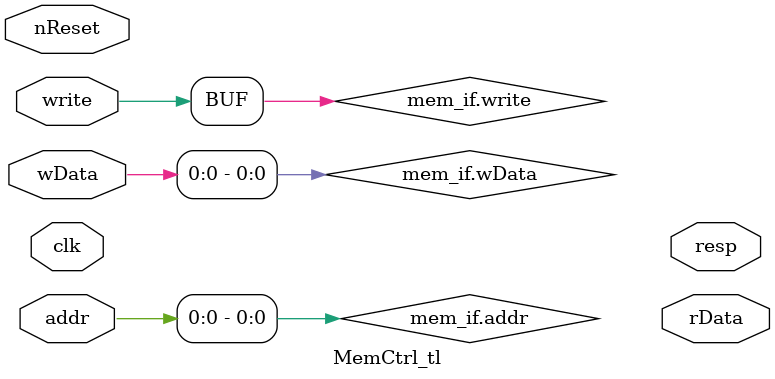
<source format=sv>
module MemCtrl_tl #(
    DataWidth = 32,
    AddrWidth = 32
) (
    input nReset,
    input clk,

    input [AddrWidth - 1:0] addr,
    input [DataWidth - 1:0] wData,
    input write,

    output [1:0] resp,
    output [DataWidth - 1:0] rData
);

  MemCommon_if #(DataWidth, AddrWidth) mem_if (
      nReset,
      clk
  );

  assign mem_if.addr = addr;
  assign mem_if.wData = wData;
  assign mem_if.write = write;

  OpenRam_if #(DataWidth, AddrWidth) open_RAM_if (
      clk
  );


  MemCtrl mem (mem_if.memCtrl, open_RAM_if.openRAMCtrl);

endmodule

</source>
